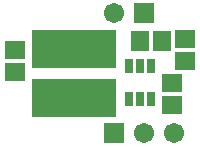
<source format=gbr>
G04 DipTrace 3.0.0.2*
G04 TopMask.gbr*
%MOIN*%
G04 #@! TF.FileFunction,Soldermask,Top*
G04 #@! TF.Part,Single*
%ADD26R,0.031654X0.051339*%
%ADD28R,0.059213X0.067087*%
%ADD30R,0.283622X0.126142*%
%ADD32C,0.067087*%
%ADD34R,0.067087X0.067087*%
%ADD36R,0.067087X0.059213*%
%FSLAX26Y26*%
G04*
G70*
G90*
G75*
G01*
G04 TopMask*
%LPD*%
D36*
X439291Y646378D3*
Y721181D3*
X961732Y536535D3*
Y611339D3*
D34*
X770394Y443228D3*
D32*
X870394D3*
X970394D3*
D34*
X870394Y843228D3*
D32*
X770394D3*
D30*
X635354Y560945D3*
Y726299D3*
D28*
X856220Y750709D3*
X931024D3*
D36*
X1006220Y757795D3*
Y682992D3*
D26*
X856861Y557927D3*
X819459D3*
X894262D3*
X856861Y668163D3*
X819459D3*
X894262D3*
M02*

</source>
